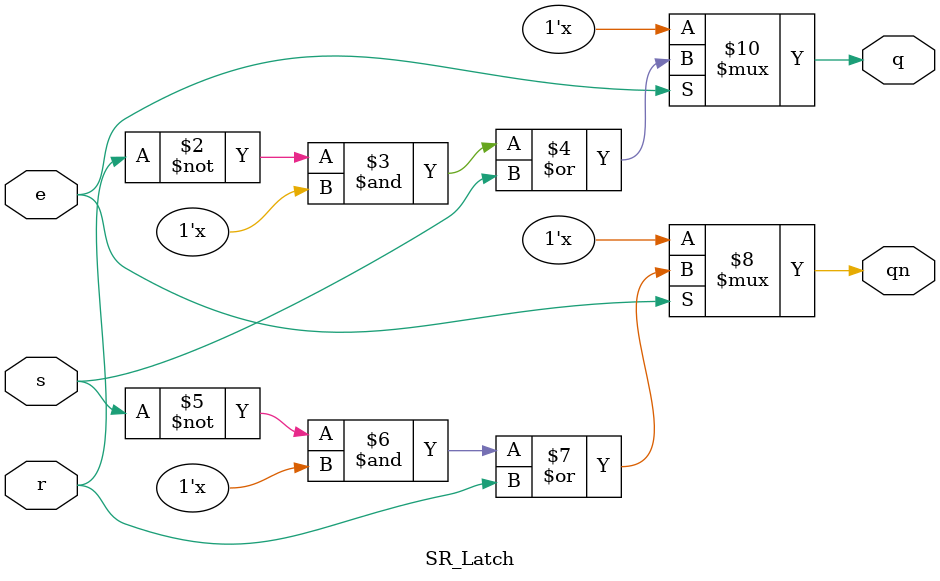
<source format=v>


module SR_Latch(q, qn, s, r, e);
   output reg q;
   output reg qn;
   input  e;   
   input  s;
   input  r;

   wire   s1;
   wire   r1;
	
	always @(s, r, e, q, qn)
      if(e) begin
			q  <= (~r & q) | s;
         qn <= (~s & q) | r;
		end
endmodule
</source>
